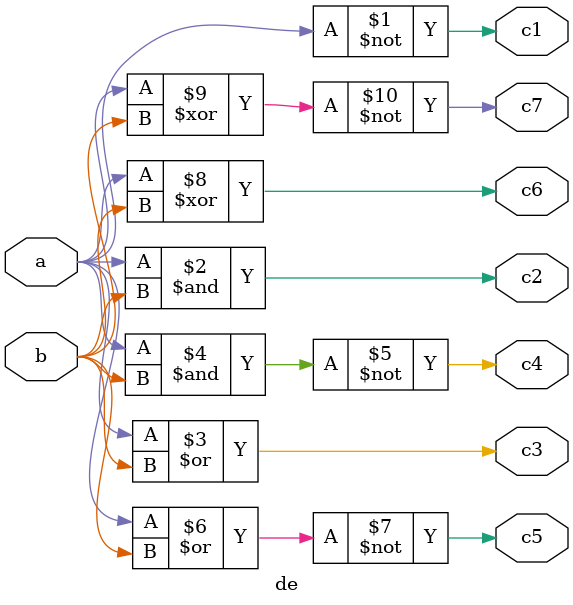
<source format=v>
 module de(a, b, c1, c2, c3, c4, c5, c6, c7); 
    input a, b; 
    output c1, c2, c3, c4, c5, c6, c7; 
    assign c1 = ~a; 
    assign c2 = a & b; 
    assign c3 = a | b; 
    assign c4 = ~(a & b); 
    assign c5 = ~(a | b); 
    assign c6 = a ^ b; 
    assign c7 = ~(a ^ b); 
endmodule
</source>
